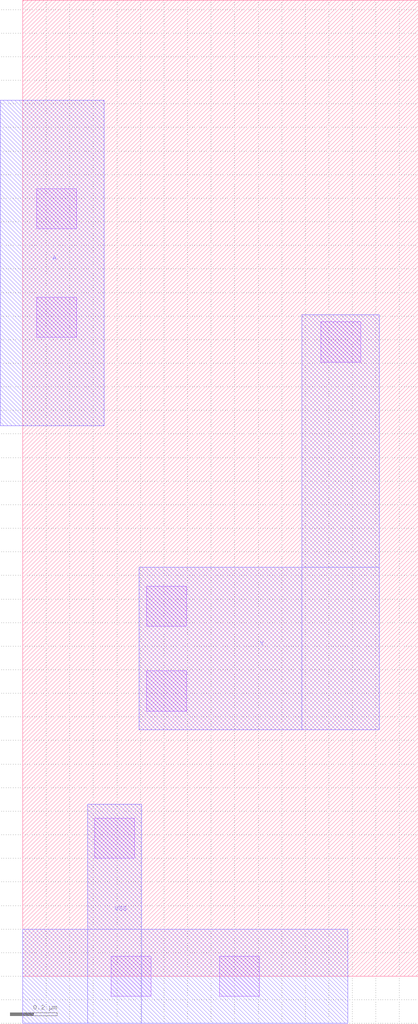
<source format=lef>
VERSION 5.8 ;
BUSBITCHARS "[]" ;
DIVIDERCHAR "/" ;

PROPERTYDEFINITIONS
  MACRO oaTaper STRING ;
  MACRO CatenaDesignType STRING ;
END PROPERTYDEFINITIONS

MACRO div_fixed
  CLASS CORE ;
  ORIGIN 0 0 ;
  FOREIGN div_fixed 0 0 ;
  SIZE 1.68 BY 4.14 ;
  SYMMETRY X Y ;
  SITE MACRO ;
  PIN VSS
    DIRECTION INOUT ;
    USE GROUND ;
    SHAPE ABUTMENT ;
    PORT
      LAYER met1 ;
        RECT 0 -0.2 1.38 0.2 ;
        RECT 0.275 -0.2 0.505 0.73 ;
    END
  END VSS
  PIN A
    DIRECTION INPUT ;
    USE SIGNAL ;
    PORT
      LAYER met1 ;
        RECT -0.095 2.335 0.345 3.715 ;
    END
  END A
  PIN Y
    DIRECTION OUTPUT ;
    USE SIGNAL ;
    PORT
      LAYER met1 ;
        RECT 1.185 1.045 1.515 2.805 ;
        RECT 0.495 1.045 1.515 1.735 ;
    END
  END Y
  OBS
    LAYER mcon ;
      RECT 1.265 2.605 1.435 2.775 ;
      RECT 0.835 -0.085 1.005 0.085 ;
      RECT 0.525 1.125 0.695 1.295 ;
      RECT 0.525 1.485 0.695 1.655 ;
      RECT 0.375 -0.085 0.545 0.085 ;
      RECT 0.305 0.5 0.475 0.67 ;
      RECT 0.06 2.71 0.23 2.88 ;
      RECT 0.06 3.17 0.23 3.34 ;
  END
  PROPERTY oaTaper "virtuosoDefaultSetup" ;
END div_fixed

MACRO inv01f
  CLASS CORE ;
  ORIGIN 0 0 ;
  FOREIGN inv01f 0 0 ;
  SIZE 1.38 BY 4.14 ;
  SYMMETRY X Y ;
  SITE MACRO ;
  PIN Y
    DIRECTION OUTPUT ;
    USE SIGNAL ;
    PORT
      LAYER met1 ;
        RECT 0.95 2.86 1.47 3.55 ;
        RECT 1.245 0.525 1.47 3.55 ;
        RECT 0.97 0.525 1.47 0.855 ;
    END
  END Y
  PIN VSS
    DIRECTION INOUT ;
    USE GROUND ;
    SHAPE ABUTMENT ;
    PORT
      LAYER met1 ;
        RECT 0 -0.2 1.38 0.2 ;
    END
  END VSS
  PIN A
    DIRECTION INPUT ;
    USE SIGNAL ;
    PORT
      LAYER met1 ;
        RECT 0.39 1.35 0.76 2.2 ;
    END
  END A
  PIN VDD
    DIRECTION INOUT ;
    USE POWER ;
    SHAPE ABUTMENT ;
    PORT
      LAYER met1 ;
        RECT 0 3.94 1.38 4.38 ;
    END
  END VDD
  OBS
    LAYER mcon ;
      RECT 1 0.61 1.17 0.78 ;
      RECT 0.98 2.94 1.15 3.11 ;
      RECT 0.98 3.3 1.15 3.47 ;
      RECT 0.835 -0.085 1.005 0.085 ;
      RECT 0.835 4.055 1.005 4.225 ;
      RECT 0.49 1.545 0.66 1.715 ;
      RECT 0.375 -0.085 0.545 0.085 ;
      RECT 0.375 4.055 0.545 4.225 ;
  END
  PROPERTY CatenaDesignType "deviceLevel" ;
  PROPERTY oaTaper "virtuosoDefaultSetup" ;
END inv01f

MACRO inv02f
  CLASS CORE ;
  ORIGIN 0 0 ;
  FOREIGN inv02f 0 0 ;
  SIZE 1.38 BY 4.14 ;
  SYMMETRY X Y ;
  SITE MACRO ;
  PIN Y
    DIRECTION OUTPUT ;
    USE SIGNAL ;
    PORT
      LAYER met1 ;
        RECT 0.61 2.72 1.355 3.41 ;
        RECT 1.125 0.685 1.355 3.41 ;
        RECT 0.625 0.685 1.355 1.015 ;
    END
  END Y
  PIN VDD
    DIRECTION INOUT ;
    USE POWER ;
    SHAPE ABUTMENT ;
    PORT
      LAYER met1 ;
        RECT 0 3.94 1.38 4.38 ;
    END
  END VDD
  PIN VSS
    DIRECTION INOUT ;
    USE GROUND ;
    SHAPE ABUTMENT ;
    PORT
      LAYER met1 ;
        RECT 0 -0.2 1.38 0.2 ;
    END
  END VSS
  PIN A
    DIRECTION INPUT ;
    USE SIGNAL ;
    PORT
      LAYER met1 ;
        RECT 0.275 1.35 0.645 2.2 ;
    END
  END A
  OBS
    LAYER mcon ;
      RECT 0.835 -0.085 1.005 0.085 ;
      RECT 0.835 4.055 1.005 4.225 ;
      RECT 0.655 0.765 0.825 0.935 ;
      RECT 0.64 2.8 0.81 2.97 ;
      RECT 0.64 3.16 0.81 3.33 ;
      RECT 0.375 -0.085 0.545 0.085 ;
      RECT 0.375 1.545 0.545 1.715 ;
      RECT 0.375 4.055 0.545 4.225 ;
  END
  PROPERTY CatenaDesignType "deviceLevel" ;
  PROPERTY oaTaper "virtuosoDefaultSetup" ;
END inv02f

MACRO inv03f
  CLASS CORE ;
  ORIGIN 0 0 ;
  FOREIGN inv03f 0 0 ;
  SIZE 1.38 BY 4.14 ;
  SYMMETRY X Y ;
  SITE MACRO ;
  PIN Y
    DIRECTION OUTPUT ;
    USE SIGNAL ;
    PORT
      LAYER met1 ;
        RECT 0.705 2.81 1.49 3.5 ;
        RECT 1.26 0.665 1.49 3.5 ;
        RECT 0.685 0.665 1.49 1.355 ;
    END
  END Y
  PIN VSS
    DIRECTION INOUT ;
    USE GROUND ;
    SHAPE ABUTMENT ;
    PORT
      LAYER met1 ;
        RECT 0 -0.2 1.38 0.2 ;
    END
  END VSS
  PIN A
    DIRECTION INPUT ;
    USE SIGNAL ;
    PORT
      LAYER met1 ;
        RECT 0.325 1.675 0.695 2.045 ;
    END
  END A
  PIN VDD
    DIRECTION INOUT ;
    USE POWER ;
    SHAPE ABUTMENT ;
    PORT
      LAYER met1 ;
        RECT 0 3.94 1.38 4.38 ;
    END
  END VDD
  OBS
    LAYER mcon ;
      RECT 0.835 -0.085 1.005 0.085 ;
      RECT 0.835 4.055 1.005 4.225 ;
      RECT 0.735 2.89 0.905 3.06 ;
      RECT 0.735 3.25 0.905 3.42 ;
      RECT 0.715 0.745 0.885 0.915 ;
      RECT 0.715 1.105 0.885 1.275 ;
      RECT 0.425 1.775 0.595 1.945 ;
      RECT 0.375 -0.085 0.545 0.085 ;
      RECT 0.375 4.055 0.545 4.225 ;
  END
  PROPERTY CatenaDesignType "deviceLevel" ;
  PROPERTY oaTaper "virtuosoDefaultSetup" ;
END inv03f

MACRO inv04f
  CLASS CORE ;
  ORIGIN 0 0 ;
  FOREIGN inv04f 0 0 ;
  SIZE 1.38 BY 4.14 ;
  SYMMETRY X Y ;
  SITE MACRO ;
  PIN Y
    DIRECTION OUTPUT ;
    USE SIGNAL ;
    PORT
      LAYER met1 ;
        RECT 0.54 2.81 1.445 3.5 ;
        RECT 1.215 0.615 1.445 3.5 ;
        RECT 0.88 0.615 1.445 1.305 ;
    END
  END Y
  PIN VSS
    DIRECTION INOUT ;
    USE GROUND ;
    SHAPE ABUTMENT ;
    PORT
      LAYER met1 ;
        RECT 0 -0.2 1.38 0.2 ;
    END
  END VSS
  PIN A
    DIRECTION INPUT ;
    USE SIGNAL ;
    PORT
      LAYER met1 ;
        RECT 0.555 1.675 0.925 2.045 ;
    END
  END A
  PIN VDD
    DIRECTION INOUT ;
    USE POWER ;
    SHAPE ABUTMENT ;
    PORT
      LAYER met1 ;
        RECT 0 3.94 1.38 4.38 ;
    END
  END VDD
  OBS
    LAYER mcon ;
      RECT 0.91 0.695 1.08 0.865 ;
      RECT 0.91 1.055 1.08 1.225 ;
      RECT 0.835 -0.085 1.005 0.085 ;
      RECT 0.835 4.055 1.005 4.225 ;
      RECT 0.655 1.775 0.825 1.945 ;
      RECT 0.57 2.89 0.74 3.06 ;
      RECT 0.57 3.25 0.74 3.42 ;
      RECT 0.375 -0.085 0.545 0.085 ;
      RECT 0.375 4.055 0.545 4.225 ;
  END
  PROPERTY CatenaDesignType "deviceLevel" ;
  PROPERTY oaTaper "virtuosoDefaultSetup" ;
END inv04f

MACRO inv05f
  CLASS CORE ;
  ORIGIN 0 0 ;
  FOREIGN inv05f 0 0 ;
  SIZE 1.38 BY 4.14 ;
  SYMMETRY X Y ;
  SITE MACRO ;
  PIN Y
    DIRECTION OUTPUT ;
    USE SIGNAL ;
    PORT
      LAYER met1 ;
        RECT 0.54 2.81 1.445 3.5 ;
        RECT 1.215 0.615 1.445 3.5 ;
        RECT 0.88 0.615 1.445 1.305 ;
    END
  END Y
  PIN VSS
    DIRECTION INOUT ;
    USE GROUND ;
    SHAPE ABUTMENT ;
    PORT
      LAYER met1 ;
        RECT 0 -0.2 1.38 0.2 ;
    END
  END VSS
  PIN A
    DIRECTION INPUT ;
    USE SIGNAL ;
    PORT
      LAYER met1 ;
        RECT 0.25 1.675 0.62 2.045 ;
    END
  END A
  PIN VDD
    DIRECTION INOUT ;
    USE POWER ;
    SHAPE ABUTMENT ;
    PORT
      LAYER met1 ;
        RECT 0 3.94 1.38 4.38 ;
    END
  END VDD
  OBS
    LAYER mcon ;
      RECT 0.91 0.695 1.08 0.865 ;
      RECT 0.91 1.055 1.08 1.225 ;
      RECT 0.835 -0.085 1.005 0.085 ;
      RECT 0.835 4.055 1.005 4.225 ;
      RECT 0.57 2.89 0.74 3.06 ;
      RECT 0.57 3.25 0.74 3.42 ;
      RECT 0.375 -0.085 0.545 0.085 ;
      RECT 0.375 4.055 0.545 4.225 ;
      RECT 0.35 1.775 0.52 1.945 ;
  END
  PROPERTY CatenaDesignType "deviceLevel" ;
  PROPERTY oaTaper "virtuosoDefaultSetup" ;
END inv05f

MACRO inv06f
  CLASS CORE ;
  ORIGIN 0 0 ;
  FOREIGN inv06f 0 0 ;
  SIZE 1.38 BY 4.14 ;
  SYMMETRY X Y ;
  SITE MACRO ;
  PIN VDD
    DIRECTION INOUT ;
    USE POWER ;
    SHAPE ABUTMENT ;
    PORT
      LAYER met1 ;
        RECT 0 3.94 1.38 4.38 ;
    END
  END VDD
  PIN A
    DIRECTION INPUT ;
    USE SIGNAL ;
    PORT
      LAYER met1 ;
        RECT 0.37 2.135 0.74 2.505 ;
    END
  END A
  PIN Y
    DIRECTION OUTPUT ;
    USE SIGNAL ;
    PORT
      LAYER met1 ;
        RECT 0.795 3.12 1.44 3.45 ;
        RECT 1.21 0.69 1.44 3.45 ;
        RECT 0.74 0.69 1.44 1.38 ;
    END
  END Y
  PIN VSS
    DIRECTION INOUT ;
    USE GROUND ;
    SHAPE ABUTMENT ;
    PORT
      LAYER met1 ;
        RECT 0 -0.2 1.38 0.2 ;
    END
  END VSS
  OBS
    LAYER mcon ;
      RECT 0.835 -0.085 1.005 0.085 ;
      RECT 0.835 4.055 1.005 4.225 ;
      RECT 0.825 3.2 0.995 3.37 ;
      RECT 0.77 0.77 0.94 0.94 ;
      RECT 0.77 1.13 0.94 1.3 ;
      RECT 0.47 2.235 0.64 2.405 ;
      RECT 0.375 -0.085 0.545 0.085 ;
      RECT 0.375 4.055 0.545 4.225 ;
  END
  PROPERTY CatenaDesignType "deviceLevel" ;
  PROPERTY oaTaper "virtuosoDefaultSetup" ;
END inv06f

MACRO inv07f
  CLASS CORE ;
  ORIGIN 0 0 ;
  FOREIGN inv07f 0 0 ;
  SIZE 1.38 BY 4.14 ;
  SYMMETRY X Y ;
  SITE MACRO ;
  PIN Y
    DIRECTION OUTPUT ;
    USE SIGNAL ;
    PORT
      LAYER met1 ;
        RECT 0.54 3.07 1.34 3.4 ;
        RECT 1.11 0.595 1.34 3.4 ;
        RECT 0.64 0.595 1.34 1.285 ;
    END
  END Y
  PIN VSS
    DIRECTION INOUT ;
    USE GROUND ;
    SHAPE ABUTMENT ;
    PORT
      LAYER met1 ;
        RECT 0 -0.2 1.38 0.2 ;
    END
  END VSS
  PIN A
    DIRECTION INPUT ;
    USE SIGNAL ;
    PORT
      LAYER met1 ;
        RECT 0.25 2.135 0.62 2.505 ;
    END
  END A
  PIN VDD
    DIRECTION INOUT ;
    USE POWER ;
    SHAPE ABUTMENT ;
    PORT
      LAYER met1 ;
        RECT 0 3.94 1.38 4.38 ;
    END
  END VDD
  OBS
    LAYER mcon ;
      RECT 0.835 -0.085 1.005 0.085 ;
      RECT 0.835 4.055 1.005 4.225 ;
      RECT 0.67 0.675 0.84 0.845 ;
      RECT 0.67 1.035 0.84 1.205 ;
      RECT 0.57 3.15 0.74 3.32 ;
      RECT 0.375 -0.085 0.545 0.085 ;
      RECT 0.375 4.055 0.545 4.225 ;
      RECT 0.35 2.235 0.52 2.405 ;
  END
  PROPERTY CatenaDesignType "deviceLevel" ;
  PROPERTY oaTaper "virtuosoDefaultSetup" ;
END inv07f

MACRO inv08f
  CLASS CORE ;
  ORIGIN 0 0 ;
  FOREIGN inv08f 0 0 ;
  SIZE 1.38 BY 4.14 ;
  SYMMETRY X Y ;
  SITE MACRO ;
  PIN Y
    DIRECTION OUTPUT ;
    USE SIGNAL ;
    PORT
      LAYER met1 ;
        RECT 0.55 2.825 1.2 3.515 ;
        RECT 0.87 1.755 1.2 3.515 ;
    END
  END Y
  PIN VSS
    DIRECTION INOUT ;
    USE GROUND ;
    SHAPE ABUTMENT ;
    PORT
      LAYER met1 ;
        RECT 0 -0.2 1.38 0.2 ;
    END
  END VSS
  PIN A
    DIRECTION INPUT ;
    USE SIGNAL ;
    PORT
      LAYER met1 ;
        RECT -0.03 1.56 0.34 1.93 ;
    END
  END A
  PIN VDD
    DIRECTION INOUT ;
    USE POWER ;
    SHAPE ABUTMENT ;
    PORT
      LAYER met1 ;
        RECT 0 3.94 1.38 4.38 ;
    END
  END VDD
  OBS
    LAYER mcon ;
      RECT 0.95 1.785 1.12 1.955 ;
      RECT 0.835 -0.085 1.005 0.085 ;
      RECT 0.835 4.055 1.005 4.225 ;
      RECT 0.58 2.905 0.75 3.075 ;
      RECT 0.58 3.265 0.75 3.435 ;
      RECT 0.375 -0.085 0.545 0.085 ;
      RECT 0.375 4.055 0.545 4.225 ;
      RECT 0.07 1.66 0.24 1.83 ;
  END
  PROPERTY CatenaDesignType "deviceLevel" ;
  PROPERTY oaTaper "virtuosoDefaultSetup" ;
END inv08f

MACRO inv09f
  CLASS CORE ;
  ORIGIN 0 0 ;
  FOREIGN inv09f 0 0 ;
  SIZE 1.38 BY 4.14 ;
  SYMMETRY X Y ;
  SITE MACRO ;
  PIN Y
    DIRECTION OUTPUT ;
    USE SIGNAL ;
    PORT
      LAYER met1 ;
        RECT 0.505 2.19 1.435 2.45 ;
        RECT 0.505 1.82 0.835 2.45 ;
        RECT 0.575 1.82 0.805 3.39 ;
    END
  END Y
  PIN VSS
    DIRECTION INOUT ;
    USE GROUND ;
    SHAPE ABUTMENT ;
    PORT
      LAYER met1 ;
        RECT 0 -0.2 1.38 0.2 ;
    END
  END VSS
  PIN A
    DIRECTION INPUT ;
    USE SIGNAL ;
    PORT
      LAYER met1 ;
        RECT -0.165 1.89 0.205 2.26 ;
    END
  END A
  PIN VDD
    DIRECTION INOUT ;
    USE POWER ;
    SHAPE ABUTMENT ;
    PORT
      LAYER met1 ;
        RECT 0 3.94 1.38 4.34 ;
    END
  END VDD
  OBS
    LAYER mcon ;
      RECT 0.835 -0.085 1.005 0.085 ;
      RECT 0.835 4.055 1.005 4.225 ;
      RECT 0.605 3.14 0.775 3.31 ;
      RECT 0.585 1.85 0.755 2.02 ;
      RECT 0.375 -0.085 0.545 0.085 ;
      RECT 0.375 4.055 0.545 4.225 ;
      RECT -0.065 1.99 0.105 2.16 ;
  END
  PROPERTY CatenaDesignType "deviceLevel" ;
  PROPERTY oaTaper "virtuosoDefaultSetup" ;
END inv09f

MACRO inv10f
  CLASS CORE ;
  ORIGIN 0 0 ;
  FOREIGN inv10f 0 0 ;
  SIZE 1.38 BY 4.14 ;
  SYMMETRY X Y ;
  SITE MACRO ;
  PIN Y
    DIRECTION OUTPUT ;
    USE SIGNAL ;
    PORT
      LAYER met1 ;
        RECT 0.655 2.745 1.355 3.435 ;
        RECT 1.095 0.69 1.355 3.435 ;
        RECT 0.605 0.69 1.355 1.38 ;
    END
  END Y
  PIN VSS
    DIRECTION INOUT ;
    USE GROUND ;
    SHAPE ABUTMENT ;
    PORT
      LAYER met1 ;
        RECT 0 -0.2 1.38 0.2 ;
    END
  END VSS
  PIN A
    DIRECTION INPUT ;
    USE SIGNAL ;
    PORT
      LAYER met1 ;
        RECT 0.315 1.675 0.685 2.045 ;
    END
  END A
  PIN VDD
    DIRECTION INOUT ;
    USE POWER ;
    SHAPE ABUTMENT ;
    PORT
      LAYER met1 ;
        RECT 0 3.94 1.38 4.38 ;
    END
  END VDD
  OBS
    LAYER mcon ;
      RECT 0.835 -0.085 1.005 0.085 ;
      RECT 0.835 4.055 1.005 4.225 ;
      RECT 0.685 2.825 0.855 2.995 ;
      RECT 0.685 3.185 0.855 3.355 ;
      RECT 0.635 0.77 0.805 0.94 ;
      RECT 0.635 1.13 0.805 1.3 ;
      RECT 0.415 1.775 0.585 1.945 ;
      RECT 0.375 -0.085 0.545 0.085 ;
      RECT 0.375 4.055 0.545 4.225 ;
  END
  PROPERTY CatenaDesignType "deviceLevel" ;
  PROPERTY oaTaper "virtuosoDefaultSetup" ;
END inv10f

MACRO inv11f
  CLASS CORE ;
  ORIGIN 0 0 ;
  FOREIGN inv11f 0 0 ;
  SIZE 1.38 BY 4.14 ;
  SYMMETRY X Y ;
  SITE MACRO ;
  PIN Y
    DIRECTION OUTPUT ;
    USE SIGNAL ;
    PORT
      LAYER met1 ;
        RECT 0.635 2.7 1.45 3.39 ;
        RECT 1.19 0.745 1.45 3.39 ;
    END
  END Y
  PIN VSS
    DIRECTION INOUT ;
    USE GROUND ;
    SHAPE ABUTMENT ;
    PORT
      LAYER met1 ;
        RECT 0 -0.2 1.38 0.2 ;
    END
  END VSS
  PIN A
    DIRECTION INPUT ;
    USE SIGNAL ;
    PORT
      LAYER met1 ;
        RECT 0.295 1.58 0.665 1.95 ;
    END
  END A
  PIN VDD
    DIRECTION INOUT ;
    USE POWER ;
    SHAPE ABUTMENT ;
    PORT
      LAYER met1 ;
        RECT 0 3.94 1.38 4.34 ;
    END
  END VDD
  OBS
    LAYER mcon ;
      RECT 1.22 0.825 1.39 0.995 ;
      RECT 0.835 -0.085 1.005 0.085 ;
      RECT 0.835 4.055 1.005 4.225 ;
      RECT 0.665 2.78 0.835 2.95 ;
      RECT 0.665 3.14 0.835 3.31 ;
      RECT 0.395 1.68 0.565 1.85 ;
      RECT 0.375 -0.085 0.545 0.085 ;
      RECT 0.375 4.055 0.545 4.225 ;
  END
  PROPERTY CatenaDesignType "deviceLevel" ;
  PROPERTY oaTaper "virtuosoDefaultSetup" ;
END inv11f

MACRO inv12f
  CLASS CORE ;
  ORIGIN 0 0 ;
  FOREIGN inv12f 0 0 ;
  SIZE 1.38 BY 4.14 ;
  SYMMETRY X Y ;
  SITE MACRO ;
  PIN Y
    DIRECTION OUTPUT ;
    USE SIGNAL ;
    PORT
      LAYER met1 ;
        RECT 0.56 2.825 1.185 3.515 ;
        RECT 0.925 0.62 1.185 3.515 ;
        RECT 0.695 0.62 1.185 1.31 ;
    END
  END Y
  PIN VSS
    DIRECTION INOUT ;
    USE GROUND ;
    SHAPE ABUTMENT ;
    PORT
      LAYER met1 ;
        RECT 0 -0.2 1.38 0.2 ;
    END
  END VSS
  PIN A
    DIRECTION INPUT ;
    USE SIGNAL ;
    PORT
      LAYER met1 ;
        RECT 0.28 2 0.65 2.37 ;
    END
  END A
  PIN VDD
    DIRECTION INOUT ;
    USE POWER ;
    SHAPE ABUTMENT ;
    PORT
      LAYER met1 ;
        RECT 0 3.94 1.38 4.38 ;
    END
  END VDD
  OBS
    LAYER mcon ;
      RECT 0.835 -0.085 1.005 0.085 ;
      RECT 0.835 4.055 1.005 4.225 ;
      RECT 0.725 0.7 0.895 0.87 ;
      RECT 0.725 1.06 0.895 1.23 ;
      RECT 0.59 2.885 0.76 3.055 ;
      RECT 0.59 3.245 0.76 3.415 ;
      RECT 0.38 2.1 0.55 2.27 ;
      RECT 0.375 -0.085 0.545 0.085 ;
      RECT 0.375 4.055 0.545 4.225 ;
  END
  PROPERTY CatenaDesignType "deviceLevel" ;
  PROPERTY oaTaper "virtuosoDefaultSetup" ;
END inv12f

MACRO inv13f
  CLASS CORE ;
  ORIGIN 0 0 ;
  FOREIGN inv13f 0 0 ;
  SIZE 1.38 BY 4.14 ;
  SYMMETRY X Y ;
  SITE MACRO ;
  PIN Y
    DIRECTION OUTPUT ;
    USE SIGNAL ;
    PORT
      LAYER met1 ;
        RECT 0.57 2.775 1.165 3.465 ;
        RECT 0.935 0.72 1.165 3.465 ;
    END
  END Y
  PIN VSS
    DIRECTION INOUT ;
    USE GROUND ;
    SHAPE ABUTMENT ;
    PORT
      LAYER met1 ;
        RECT 0 -0.2 1.38 0.2 ;
    END
  END VSS
  PIN A
    DIRECTION INPUT ;
    USE SIGNAL ;
    PORT
      LAYER met1 ;
        RECT 0.28 1.605 0.65 1.975 ;
    END
  END A
  PIN VDD
    DIRECTION INOUT ;
    USE POWER ;
    SHAPE ABUTMENT ;
    PORT
      LAYER met1 ;
        RECT 0 3.94 1.38 4.38 ;
    END
  END VDD
  OBS
    LAYER mcon ;
      RECT 0.965 0.83 1.135 1 ;
      RECT 0.835 -0.085 1.005 0.085 ;
      RECT 0.835 4.055 1.005 4.225 ;
      RECT 0.6 2.855 0.77 3.025 ;
      RECT 0.6 3.215 0.77 3.385 ;
      RECT 0.38 1.705 0.55 1.875 ;
      RECT 0.375 -0.085 0.545 0.085 ;
      RECT 0.375 4.055 0.545 4.225 ;
  END
  PROPERTY CatenaDesignType "deviceLevel" ;
  PROPERTY oaTaper "virtuosoDefaultSetup" ;
END inv13f

MACRO inv14f
  CLASS CORE ;
  ORIGIN 0 0 ;
  FOREIGN inv14f 0 0 ;
  SIZE 1.38 BY 4.14 ;
  SYMMETRY X Y ;
  SITE MACRO ;
  PIN Y
    DIRECTION OUTPUT ;
    USE SIGNAL ;
    PORT
      LAYER met1 ;
        RECT 0.62 2.75 1.28 3.44 ;
        RECT 1.05 0.72 1.28 3.44 ;
    END
  END Y
  PIN VSS
    DIRECTION INOUT ;
    USE GROUND ;
    SHAPE ABUTMENT ;
    PORT
      LAYER met1 ;
        RECT 0 -0.2 1.38 0.2 ;
    END
  END VSS
  PIN A
    DIRECTION INPUT ;
    USE SIGNAL ;
    PORT
      LAYER met1 ;
        RECT 0.335 1.56 0.705 1.93 ;
    END
  END A
  PIN VDD
    DIRECTION INOUT ;
    USE POWER ;
    SHAPE ABUTMENT ;
    PORT
      LAYER met1 ;
        RECT 0 3.94 1.38 4.38 ;
    END
  END VDD
  OBS
    LAYER mcon ;
      RECT 1.08 0.83 1.25 1 ;
      RECT 0.835 -0.085 1.005 0.085 ;
      RECT 0.835 4.055 1.005 4.225 ;
      RECT 0.65 2.83 0.82 3 ;
      RECT 0.65 3.19 0.82 3.36 ;
      RECT 0.435 1.66 0.605 1.83 ;
      RECT 0.375 -0.085 0.545 0.085 ;
      RECT 0.375 4.055 0.545 4.225 ;
  END
  PROPERTY oaTaper "virtuosoDefaultSetup" ;
  PROPERTY CatenaDesignType "deviceLevel" ;
END inv14f

MACRO inv15f
  CLASS CORE ;
  ORIGIN 0 0 ;
  FOREIGN inv15f 0 0 ;
  SIZE 1.38 BY 4.14 ;
  SYMMETRY X Y ;
  SITE MACRO ;
  PIN Y
    DIRECTION OUTPUT ;
    USE SIGNAL ;
    PORT
      LAYER met1 ;
        RECT 0.795 2.725 1.45 3.415 ;
        RECT 1.19 0.745 1.45 3.415 ;
    END
  END Y
  PIN VSS
    DIRECTION INOUT ;
    USE GROUND ;
    SHAPE ABUTMENT ;
    PORT
      LAYER met1 ;
        RECT 0 -0.2 1.38 0.2 ;
    END
  END VSS
  PIN A
    DIRECTION INPUT ;
    USE SIGNAL ;
    PORT
      LAYER met1 ;
        RECT 0.515 1.58 0.885 1.95 ;
    END
  END A
  PIN VDD
    DIRECTION INOUT ;
    USE POWER ;
    SHAPE ABUTMENT ;
    PORT
      LAYER met1 ;
        RECT 0 3.94 1.38 4.34 ;
    END
  END VDD
  OBS
    LAYER mcon ;
      RECT 1.22 0.825 1.39 0.995 ;
      RECT 0.835 -0.085 1.005 0.085 ;
      RECT 0.835 4.055 1.005 4.225 ;
      RECT 0.825 2.805 0.995 2.975 ;
      RECT 0.825 3.165 0.995 3.335 ;
      RECT 0.615 1.68 0.785 1.85 ;
      RECT 0.375 -0.085 0.545 0.085 ;
      RECT 0.375 4.055 0.545 4.225 ;
  END
  PROPERTY CatenaDesignType "deviceLevel" ;
  PROPERTY oaTaper "virtuosoDefaultSetup" ;
END inv15f

MACRO preampF
  CLASS CORE ;
  ORIGIN 0 0 ;
  FOREIGN preampF 0 0 ;
  SIZE 1.38 BY 4.14 ;
  SYMMETRY X Y ;
  SITE MACRO ;
  PIN VSS
    DIRECTION INOUT ;
    USE GROUND ;
    SHAPE ABUTMENT ;
    PORT
      LAYER met1 ;
        RECT 0 -0.2 1.38 0.2 ;
    END
  END VSS
  PIN VDD
    DIRECTION INOUT ;
    USE POWER ;
    SHAPE ABUTMENT ;
    PORT
      LAYER met1 ;
        RECT -0.125 3.94 1.38 4.38 ;
        RECT -0.125 0.47 0.245 1.52 ;
        RECT -0.125 0.47 0.075 4.38 ;
    END
  END VDD
  PIN A
    DIRECTION INPUT ;
    USE SIGNAL ;
    PORT
      LAYER met1 ;
        RECT 0.23 1.855 0.6 2.705 ;
    END
  END A
  PIN Y
    DIRECTION OUTPUT ;
    USE SIGNAL ;
    PORT
      LAYER met1 ;
        RECT 0.955 0.47 1.245 3.685 ;
        RECT 0.455 0.47 1.245 1.52 ;
    END
  END Y
  OBS
    LAYER mcon ;
      RECT 1.015 3.485 1.185 3.655 ;
      RECT 0.835 -0.085 1.005 0.085 ;
      RECT 0.835 4.055 1.005 4.225 ;
      RECT 0.485 0.55 0.655 0.72 ;
      RECT 0.485 0.91 0.655 1.08 ;
      RECT 0.485 1.27 0.655 1.44 ;
      RECT 0.375 -0.085 0.545 0.085 ;
      RECT 0.375 4.055 0.545 4.225 ;
      RECT 0.33 2.05 0.5 2.22 ;
      RECT 0.045 0.55 0.215 0.72 ;
      RECT 0.045 0.91 0.215 1.08 ;
      RECT 0.045 1.27 0.215 1.44 ;
  END
  PROPERTY CatenaDesignType "deviceLevel" ;
  PROPERTY oaTaper "virtuosoDefaultSetup" ;
END preampF

MACRO preampF_comm_B
  CLASS CORE ;
  ORIGIN 0 0 ;
  FOREIGN preampF_comm_B 0 0 ;
  SIZE 1.38 BY 4.14 ;
  SYMMETRY X Y ;
  SITE MACRO ;
  PIN VDD
    DIRECTION INOUT ;
    USE POWER ;
    SHAPE ABUTMENT ;
    PORT
      LAYER met1 ;
        RECT 0 3.94 1.38 4.34 ;
        RECT 0 2.735 0.31 3.785 ;
        RECT 0 2.735 0.165 4.34 ;
    END
  END VDD
  PIN A
    DIRECTION INPUT ;
    USE SIGNAL ;
    PORT
      LAYER met1 ;
        RECT 0.13 2.19 0.78 2.56 ;
    END
  END A
  PIN VSS
    DIRECTION INOUT ;
    USE GROUND ;
    SHAPE ABUTMENT ;
    PORT
      LAYER met1 ;
        RECT 0 -0.2 1.38 0.2 ;
        RECT 0.24 -0.2 0.57 0.645 ;
    END
  END VSS
  PIN Y
    DIRECTION OUTPUT ;
    USE SIGNAL ;
    PORT
      LAYER met1 ;
        RECT 0.51 2.735 0.74 3.785 ;
    END
  END Y
  OBS
    LAYER mcon ;
      RECT 1.08 0.57 1.25 0.74 ;
      RECT 1.08 0.93 1.25 1.1 ;
      RECT 1.08 1.29 1.25 1.46 ;
      RECT 1.08 1.65 1.25 1.82 ;
      RECT 1.08 2.995 1.25 3.165 ;
      RECT 1.08 3.355 1.25 3.525 ;
      RECT 0.54 2.815 0.71 2.985 ;
      RECT 0.54 3.175 0.71 3.345 ;
      RECT 0.54 3.535 0.71 3.705 ;
      RECT 0.325 2.29 0.495 2.46 ;
      RECT 0.32 0.445 0.49 0.615 ;
      RECT 0.11 2.815 0.28 2.985 ;
      RECT 0.11 3.175 0.28 3.345 ;
      RECT 0.11 3.535 0.28 3.705 ;
    LAYER met1 ;
      RECT 1.03 0.415 1.3 1.975 ;
      RECT 1.03 2.75 1.3 3.77 ;
  END
END preampF_comm_B

END LIBRARY

</source>
